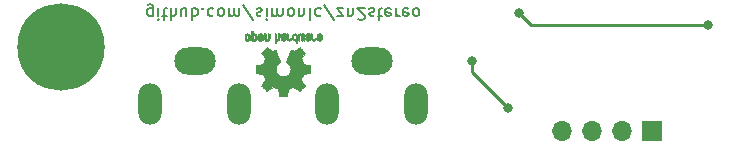
<source format=gbr>
%TF.GenerationSoftware,KiCad,Pcbnew,(5.1.6-0-10_14)*%
%TF.CreationDate,2020-09-24T20:20:29-04:00*%
%TF.ProjectId,zn-2 stereo breakout,7a6e2d32-2073-4746-9572-656f20627265,rev?*%
%TF.SameCoordinates,Original*%
%TF.FileFunction,Copper,L2,Bot*%
%TF.FilePolarity,Positive*%
%FSLAX46Y46*%
G04 Gerber Fmt 4.6, Leading zero omitted, Abs format (unit mm)*
G04 Created by KiCad (PCBNEW (5.1.6-0-10_14)) date 2020-09-24 20:20:29*
%MOMM*%
%LPD*%
G01*
G04 APERTURE LIST*
%TA.AperFunction,NonConductor*%
%ADD10C,0.200000*%
%TD*%
%TA.AperFunction,EtchedComponent*%
%ADD11C,0.010000*%
%TD*%
%TA.AperFunction,ComponentPad*%
%ADD12C,7.400000*%
%TD*%
%TA.AperFunction,ComponentPad*%
%ADD13C,0.800000*%
%TD*%
%TA.AperFunction,ComponentPad*%
%ADD14R,1.700000X1.700000*%
%TD*%
%TA.AperFunction,ComponentPad*%
%ADD15O,1.700000X1.700000*%
%TD*%
%TA.AperFunction,ComponentPad*%
%ADD16O,2.000000X3.500000*%
%TD*%
%TA.AperFunction,ComponentPad*%
%ADD17O,3.500000X2.300000*%
%TD*%
%TA.AperFunction,ViaPad*%
%ADD18C,0.800000*%
%TD*%
%TA.AperFunction,Conductor*%
%ADD19C,0.250000*%
%TD*%
G04 APERTURE END LIST*
D10*
X107952380Y-44214285D02*
X107952380Y-43404761D01*
X107904761Y-43309523D01*
X107857142Y-43261904D01*
X107761904Y-43214285D01*
X107619047Y-43214285D01*
X107523809Y-43261904D01*
X107952380Y-43595238D02*
X107857142Y-43547619D01*
X107666666Y-43547619D01*
X107571428Y-43595238D01*
X107523809Y-43642857D01*
X107476190Y-43738095D01*
X107476190Y-44023809D01*
X107523809Y-44119047D01*
X107571428Y-44166666D01*
X107666666Y-44214285D01*
X107857142Y-44214285D01*
X107952380Y-44166666D01*
X108428571Y-43547619D02*
X108428571Y-44214285D01*
X108428571Y-44547619D02*
X108380952Y-44500000D01*
X108428571Y-44452380D01*
X108476190Y-44500000D01*
X108428571Y-44547619D01*
X108428571Y-44452380D01*
X108761904Y-44214285D02*
X109142857Y-44214285D01*
X108904761Y-44547619D02*
X108904761Y-43690476D01*
X108952380Y-43595238D01*
X109047619Y-43547619D01*
X109142857Y-43547619D01*
X109476190Y-43547619D02*
X109476190Y-44547619D01*
X109904761Y-43547619D02*
X109904761Y-44071428D01*
X109857142Y-44166666D01*
X109761904Y-44214285D01*
X109619047Y-44214285D01*
X109523809Y-44166666D01*
X109476190Y-44119047D01*
X110809523Y-44214285D02*
X110809523Y-43547619D01*
X110380952Y-44214285D02*
X110380952Y-43690476D01*
X110428571Y-43595238D01*
X110523809Y-43547619D01*
X110666666Y-43547619D01*
X110761904Y-43595238D01*
X110809523Y-43642857D01*
X111285714Y-43547619D02*
X111285714Y-44547619D01*
X111285714Y-44166666D02*
X111380952Y-44214285D01*
X111571428Y-44214285D01*
X111666666Y-44166666D01*
X111714285Y-44119047D01*
X111761904Y-44023809D01*
X111761904Y-43738095D01*
X111714285Y-43642857D01*
X111666666Y-43595238D01*
X111571428Y-43547619D01*
X111380952Y-43547619D01*
X111285714Y-43595238D01*
X112190476Y-43642857D02*
X112238095Y-43595238D01*
X112190476Y-43547619D01*
X112142857Y-43595238D01*
X112190476Y-43642857D01*
X112190476Y-43547619D01*
X113095238Y-43595238D02*
X112999999Y-43547619D01*
X112809523Y-43547619D01*
X112714285Y-43595238D01*
X112666666Y-43642857D01*
X112619047Y-43738095D01*
X112619047Y-44023809D01*
X112666666Y-44119047D01*
X112714285Y-44166666D01*
X112809523Y-44214285D01*
X112999999Y-44214285D01*
X113095238Y-44166666D01*
X113666666Y-43547619D02*
X113571428Y-43595238D01*
X113523809Y-43642857D01*
X113476190Y-43738095D01*
X113476190Y-44023809D01*
X113523809Y-44119047D01*
X113571428Y-44166666D01*
X113666666Y-44214285D01*
X113809523Y-44214285D01*
X113904761Y-44166666D01*
X113952380Y-44119047D01*
X113999999Y-44023809D01*
X113999999Y-43738095D01*
X113952380Y-43642857D01*
X113904761Y-43595238D01*
X113809523Y-43547619D01*
X113666666Y-43547619D01*
X114428571Y-43547619D02*
X114428571Y-44214285D01*
X114428571Y-44119047D02*
X114476190Y-44166666D01*
X114571428Y-44214285D01*
X114714285Y-44214285D01*
X114809523Y-44166666D01*
X114857142Y-44071428D01*
X114857142Y-43547619D01*
X114857142Y-44071428D02*
X114904761Y-44166666D01*
X114999999Y-44214285D01*
X115142857Y-44214285D01*
X115238095Y-44166666D01*
X115285714Y-44071428D01*
X115285714Y-43547619D01*
X116476190Y-44595238D02*
X115619047Y-43309523D01*
X116761904Y-43595238D02*
X116857142Y-43547619D01*
X117047619Y-43547619D01*
X117142857Y-43595238D01*
X117190476Y-43690476D01*
X117190476Y-43738095D01*
X117142857Y-43833333D01*
X117047619Y-43880952D01*
X116904761Y-43880952D01*
X116809523Y-43928571D01*
X116761904Y-44023809D01*
X116761904Y-44071428D01*
X116809523Y-44166666D01*
X116904761Y-44214285D01*
X117047619Y-44214285D01*
X117142857Y-44166666D01*
X117619047Y-43547619D02*
X117619047Y-44214285D01*
X117619047Y-44547619D02*
X117571428Y-44500000D01*
X117619047Y-44452380D01*
X117666666Y-44500000D01*
X117619047Y-44547619D01*
X117619047Y-44452380D01*
X118095238Y-43547619D02*
X118095238Y-44214285D01*
X118095238Y-44119047D02*
X118142857Y-44166666D01*
X118238095Y-44214285D01*
X118380952Y-44214285D01*
X118476190Y-44166666D01*
X118523809Y-44071428D01*
X118523809Y-43547619D01*
X118523809Y-44071428D02*
X118571428Y-44166666D01*
X118666666Y-44214285D01*
X118809523Y-44214285D01*
X118904761Y-44166666D01*
X118952380Y-44071428D01*
X118952380Y-43547619D01*
X119571428Y-43547619D02*
X119476190Y-43595238D01*
X119428571Y-43642857D01*
X119380952Y-43738095D01*
X119380952Y-44023809D01*
X119428571Y-44119047D01*
X119476190Y-44166666D01*
X119571428Y-44214285D01*
X119714285Y-44214285D01*
X119809523Y-44166666D01*
X119857142Y-44119047D01*
X119904761Y-44023809D01*
X119904761Y-43738095D01*
X119857142Y-43642857D01*
X119809523Y-43595238D01*
X119714285Y-43547619D01*
X119571428Y-43547619D01*
X120333333Y-44214285D02*
X120333333Y-43547619D01*
X120333333Y-44119047D02*
X120380952Y-44166666D01*
X120476190Y-44214285D01*
X120619047Y-44214285D01*
X120714285Y-44166666D01*
X120761904Y-44071428D01*
X120761904Y-43547619D01*
X121380952Y-43547619D02*
X121285714Y-43595238D01*
X121238095Y-43690476D01*
X121238095Y-44547619D01*
X122190476Y-43595238D02*
X122095238Y-43547619D01*
X121904761Y-43547619D01*
X121809523Y-43595238D01*
X121761904Y-43642857D01*
X121714285Y-43738095D01*
X121714285Y-44023809D01*
X121761904Y-44119047D01*
X121809523Y-44166666D01*
X121904761Y-44214285D01*
X122095238Y-44214285D01*
X122190476Y-44166666D01*
X123333333Y-44595238D02*
X122476190Y-43309523D01*
X123571428Y-44214285D02*
X124095238Y-44214285D01*
X123571428Y-43547619D01*
X124095238Y-43547619D01*
X124476190Y-44214285D02*
X124476190Y-43547619D01*
X124476190Y-44119047D02*
X124523809Y-44166666D01*
X124619047Y-44214285D01*
X124761904Y-44214285D01*
X124857142Y-44166666D01*
X124904761Y-44071428D01*
X124904761Y-43547619D01*
X125333333Y-44452380D02*
X125380952Y-44500000D01*
X125476190Y-44547619D01*
X125714285Y-44547619D01*
X125809523Y-44500000D01*
X125857142Y-44452380D01*
X125904761Y-44357142D01*
X125904761Y-44261904D01*
X125857142Y-44119047D01*
X125285714Y-43547619D01*
X125904761Y-43547619D01*
X126285714Y-43595238D02*
X126380952Y-43547619D01*
X126571428Y-43547619D01*
X126666666Y-43595238D01*
X126714285Y-43690476D01*
X126714285Y-43738095D01*
X126666666Y-43833333D01*
X126571428Y-43880952D01*
X126428571Y-43880952D01*
X126333333Y-43928571D01*
X126285714Y-44023809D01*
X126285714Y-44071428D01*
X126333333Y-44166666D01*
X126428571Y-44214285D01*
X126571428Y-44214285D01*
X126666666Y-44166666D01*
X126999999Y-44214285D02*
X127380952Y-44214285D01*
X127142857Y-44547619D02*
X127142857Y-43690476D01*
X127190476Y-43595238D01*
X127285714Y-43547619D01*
X127380952Y-43547619D01*
X128095238Y-43595238D02*
X127999999Y-43547619D01*
X127809523Y-43547619D01*
X127714285Y-43595238D01*
X127666666Y-43690476D01*
X127666666Y-44071428D01*
X127714285Y-44166666D01*
X127809523Y-44214285D01*
X127999999Y-44214285D01*
X128095238Y-44166666D01*
X128142857Y-44071428D01*
X128142857Y-43976190D01*
X127666666Y-43880952D01*
X128571428Y-43547619D02*
X128571428Y-44214285D01*
X128571428Y-44023809D02*
X128619047Y-44119047D01*
X128666666Y-44166666D01*
X128761904Y-44214285D01*
X128857142Y-44214285D01*
X129571428Y-43595238D02*
X129476190Y-43547619D01*
X129285714Y-43547619D01*
X129190476Y-43595238D01*
X129142857Y-43690476D01*
X129142857Y-44071428D01*
X129190476Y-44166666D01*
X129285714Y-44214285D01*
X129476190Y-44214285D01*
X129571428Y-44166666D01*
X129619047Y-44071428D01*
X129619047Y-43976190D01*
X129142857Y-43880952D01*
X130190476Y-43547619D02*
X130095238Y-43595238D01*
X130047619Y-43642857D01*
X129999999Y-43738095D01*
X129999999Y-44023809D01*
X130047619Y-44119047D01*
X130095238Y-44166666D01*
X130190476Y-44214285D01*
X130333333Y-44214285D01*
X130428571Y-44166666D01*
X130476190Y-44119047D01*
X130523809Y-44023809D01*
X130523809Y-43738095D01*
X130476190Y-43642857D01*
X130428571Y-43595238D01*
X130333333Y-43547619D01*
X130190476Y-43547619D01*
D11*
%TO.C,REF\u002A\u002A*%
G36*
X116599744Y-46330082D02*
G01*
X116655201Y-46302432D01*
X116704148Y-46251520D01*
X116717629Y-46232662D01*
X116732314Y-46207985D01*
X116741842Y-46181184D01*
X116747293Y-46145413D01*
X116749747Y-46093831D01*
X116750286Y-46025733D01*
X116747852Y-45932412D01*
X116739394Y-45862343D01*
X116723174Y-45810069D01*
X116697454Y-45770131D01*
X116660497Y-45737071D01*
X116657782Y-45735114D01*
X116621360Y-45715092D01*
X116577502Y-45705185D01*
X116521724Y-45702743D01*
X116431048Y-45702743D01*
X116431010Y-45614717D01*
X116430166Y-45565692D01*
X116425024Y-45536935D01*
X116411587Y-45519689D01*
X116385858Y-45505192D01*
X116379679Y-45502231D01*
X116350764Y-45488352D01*
X116328376Y-45479586D01*
X116311729Y-45478829D01*
X116300036Y-45488977D01*
X116292510Y-45512927D01*
X116288366Y-45553574D01*
X116286815Y-45613814D01*
X116287071Y-45696545D01*
X116288349Y-45804661D01*
X116288748Y-45837000D01*
X116290185Y-45948476D01*
X116291472Y-46021397D01*
X116430971Y-46021397D01*
X116431755Y-45959501D01*
X116435240Y-45919003D01*
X116443124Y-45892292D01*
X116457105Y-45871756D01*
X116466597Y-45861740D01*
X116505404Y-45832433D01*
X116539763Y-45830048D01*
X116575216Y-45854250D01*
X116576114Y-45855143D01*
X116590539Y-45873847D01*
X116599313Y-45899268D01*
X116603739Y-45938416D01*
X116605118Y-45998303D01*
X116605143Y-46011570D01*
X116601812Y-46094099D01*
X116590969Y-46151309D01*
X116571340Y-46186234D01*
X116541650Y-46201906D01*
X116524491Y-46203486D01*
X116483766Y-46196074D01*
X116455832Y-46171670D01*
X116439017Y-46127020D01*
X116431650Y-46058870D01*
X116430971Y-46021397D01*
X116291472Y-46021397D01*
X116291708Y-46034755D01*
X116293677Y-46099667D01*
X116296450Y-46147042D01*
X116300388Y-46180710D01*
X116305849Y-46204502D01*
X116313192Y-46222247D01*
X116322777Y-46237776D01*
X116326887Y-46243619D01*
X116381405Y-46298815D01*
X116450336Y-46330110D01*
X116530072Y-46338835D01*
X116599744Y-46330082D01*
G37*
X116599744Y-46330082D02*
X116655201Y-46302432D01*
X116704148Y-46251520D01*
X116717629Y-46232662D01*
X116732314Y-46207985D01*
X116741842Y-46181184D01*
X116747293Y-46145413D01*
X116749747Y-46093831D01*
X116750286Y-46025733D01*
X116747852Y-45932412D01*
X116739394Y-45862343D01*
X116723174Y-45810069D01*
X116697454Y-45770131D01*
X116660497Y-45737071D01*
X116657782Y-45735114D01*
X116621360Y-45715092D01*
X116577502Y-45705185D01*
X116521724Y-45702743D01*
X116431048Y-45702743D01*
X116431010Y-45614717D01*
X116430166Y-45565692D01*
X116425024Y-45536935D01*
X116411587Y-45519689D01*
X116385858Y-45505192D01*
X116379679Y-45502231D01*
X116350764Y-45488352D01*
X116328376Y-45479586D01*
X116311729Y-45478829D01*
X116300036Y-45488977D01*
X116292510Y-45512927D01*
X116288366Y-45553574D01*
X116286815Y-45613814D01*
X116287071Y-45696545D01*
X116288349Y-45804661D01*
X116288748Y-45837000D01*
X116290185Y-45948476D01*
X116291472Y-46021397D01*
X116430971Y-46021397D01*
X116431755Y-45959501D01*
X116435240Y-45919003D01*
X116443124Y-45892292D01*
X116457105Y-45871756D01*
X116466597Y-45861740D01*
X116505404Y-45832433D01*
X116539763Y-45830048D01*
X116575216Y-45854250D01*
X116576114Y-45855143D01*
X116590539Y-45873847D01*
X116599313Y-45899268D01*
X116603739Y-45938416D01*
X116605118Y-45998303D01*
X116605143Y-46011570D01*
X116601812Y-46094099D01*
X116590969Y-46151309D01*
X116571340Y-46186234D01*
X116541650Y-46201906D01*
X116524491Y-46203486D01*
X116483766Y-46196074D01*
X116455832Y-46171670D01*
X116439017Y-46127020D01*
X116431650Y-46058870D01*
X116430971Y-46021397D01*
X116291472Y-46021397D01*
X116291708Y-46034755D01*
X116293677Y-46099667D01*
X116296450Y-46147042D01*
X116300388Y-46180710D01*
X116305849Y-46204502D01*
X116313192Y-46222247D01*
X116322777Y-46237776D01*
X116326887Y-46243619D01*
X116381405Y-46298815D01*
X116450336Y-46330110D01*
X116530072Y-46338835D01*
X116599744Y-46330082D01*
G36*
X117716093Y-46322220D02*
G01*
X117762672Y-46295277D01*
X117795057Y-46268534D01*
X117818742Y-46240516D01*
X117835059Y-46206252D01*
X117845339Y-46160773D01*
X117850914Y-46099108D01*
X117853116Y-46016289D01*
X117853371Y-45956754D01*
X117853371Y-45737609D01*
X117791686Y-45709956D01*
X117730000Y-45682303D01*
X117722743Y-45922330D01*
X117719744Y-46011972D01*
X117716598Y-46077038D01*
X117712701Y-46121974D01*
X117707447Y-46151230D01*
X117700231Y-46169252D01*
X117690450Y-46180489D01*
X117687312Y-46182921D01*
X117639761Y-46201917D01*
X117591697Y-46194400D01*
X117563086Y-46174457D01*
X117551447Y-46160325D01*
X117543391Y-46141780D01*
X117538271Y-46113666D01*
X117535441Y-46070827D01*
X117534256Y-46008105D01*
X117534057Y-45942739D01*
X117534018Y-45860732D01*
X117532614Y-45802684D01*
X117527914Y-45763535D01*
X117517987Y-45738220D01*
X117500903Y-45721677D01*
X117474732Y-45708844D01*
X117439775Y-45695509D01*
X117401596Y-45680993D01*
X117406141Y-45938611D01*
X117407971Y-46031481D01*
X117410112Y-46100111D01*
X117413181Y-46149289D01*
X117417794Y-46183802D01*
X117424568Y-46208438D01*
X117434119Y-46227984D01*
X117445634Y-46245230D01*
X117501190Y-46300320D01*
X117568980Y-46332178D01*
X117642713Y-46339809D01*
X117716093Y-46322220D01*
G37*
X117716093Y-46322220D02*
X117762672Y-46295277D01*
X117795057Y-46268534D01*
X117818742Y-46240516D01*
X117835059Y-46206252D01*
X117845339Y-46160773D01*
X117850914Y-46099108D01*
X117853116Y-46016289D01*
X117853371Y-45956754D01*
X117853371Y-45737609D01*
X117791686Y-45709956D01*
X117730000Y-45682303D01*
X117722743Y-45922330D01*
X117719744Y-46011972D01*
X117716598Y-46077038D01*
X117712701Y-46121974D01*
X117707447Y-46151230D01*
X117700231Y-46169252D01*
X117690450Y-46180489D01*
X117687312Y-46182921D01*
X117639761Y-46201917D01*
X117591697Y-46194400D01*
X117563086Y-46174457D01*
X117551447Y-46160325D01*
X117543391Y-46141780D01*
X117538271Y-46113666D01*
X117535441Y-46070827D01*
X117534256Y-46008105D01*
X117534057Y-45942739D01*
X117534018Y-45860732D01*
X117532614Y-45802684D01*
X117527914Y-45763535D01*
X117517987Y-45738220D01*
X117500903Y-45721677D01*
X117474732Y-45708844D01*
X117439775Y-45695509D01*
X117401596Y-45680993D01*
X117406141Y-45938611D01*
X117407971Y-46031481D01*
X117410112Y-46100111D01*
X117413181Y-46149289D01*
X117417794Y-46183802D01*
X117424568Y-46208438D01*
X117434119Y-46227984D01*
X117445634Y-46245230D01*
X117501190Y-46300320D01*
X117568980Y-46332178D01*
X117642713Y-46339809D01*
X117716093Y-46322220D01*
G36*
X116041115Y-46328038D02*
G01*
X116109145Y-46292267D01*
X116159351Y-46234699D01*
X116177185Y-46197688D01*
X116191063Y-46142118D01*
X116198167Y-46071904D01*
X116198840Y-45995273D01*
X116193427Y-45920448D01*
X116182270Y-45855658D01*
X116165714Y-45809127D01*
X116160626Y-45801113D01*
X116100355Y-45741293D01*
X116028769Y-45705465D01*
X115951092Y-45694980D01*
X115872548Y-45711190D01*
X115850689Y-45720908D01*
X115808122Y-45750857D01*
X115770763Y-45790567D01*
X115767232Y-45795603D01*
X115752881Y-45819876D01*
X115743394Y-45845822D01*
X115737790Y-45879978D01*
X115735086Y-45928881D01*
X115734299Y-45999065D01*
X115734286Y-46014800D01*
X115734322Y-46019808D01*
X115879429Y-46019808D01*
X115880273Y-45953570D01*
X115883596Y-45909614D01*
X115890583Y-45881221D01*
X115902416Y-45861675D01*
X115908457Y-45855143D01*
X115943186Y-45830320D01*
X115976903Y-45831452D01*
X116010995Y-45852984D01*
X116031329Y-45875971D01*
X116043371Y-45909522D01*
X116050134Y-45962431D01*
X116050598Y-45968601D01*
X116051752Y-46064487D01*
X116039688Y-46135701D01*
X116014570Y-46181806D01*
X115976560Y-46202365D01*
X115962992Y-46203486D01*
X115927364Y-46197848D01*
X115902994Y-46178314D01*
X115888093Y-46140958D01*
X115880875Y-46081850D01*
X115879429Y-46019808D01*
X115734322Y-46019808D01*
X115734826Y-46089587D01*
X115737096Y-46141841D01*
X115742068Y-46178051D01*
X115750713Y-46204701D01*
X115764005Y-46228278D01*
X115766943Y-46232662D01*
X115816313Y-46291751D01*
X115870109Y-46326053D01*
X115935602Y-46339669D01*
X115957842Y-46340335D01*
X116041115Y-46328038D01*
G37*
X116041115Y-46328038D02*
X116109145Y-46292267D01*
X116159351Y-46234699D01*
X116177185Y-46197688D01*
X116191063Y-46142118D01*
X116198167Y-46071904D01*
X116198840Y-45995273D01*
X116193427Y-45920448D01*
X116182270Y-45855658D01*
X116165714Y-45809127D01*
X116160626Y-45801113D01*
X116100355Y-45741293D01*
X116028769Y-45705465D01*
X115951092Y-45694980D01*
X115872548Y-45711190D01*
X115850689Y-45720908D01*
X115808122Y-45750857D01*
X115770763Y-45790567D01*
X115767232Y-45795603D01*
X115752881Y-45819876D01*
X115743394Y-45845822D01*
X115737790Y-45879978D01*
X115735086Y-45928881D01*
X115734299Y-45999065D01*
X115734286Y-46014800D01*
X115734322Y-46019808D01*
X115879429Y-46019808D01*
X115880273Y-45953570D01*
X115883596Y-45909614D01*
X115890583Y-45881221D01*
X115902416Y-45861675D01*
X115908457Y-45855143D01*
X115943186Y-45830320D01*
X115976903Y-45831452D01*
X116010995Y-45852984D01*
X116031329Y-45875971D01*
X116043371Y-45909522D01*
X116050134Y-45962431D01*
X116050598Y-45968601D01*
X116051752Y-46064487D01*
X116039688Y-46135701D01*
X116014570Y-46181806D01*
X115976560Y-46202365D01*
X115962992Y-46203486D01*
X115927364Y-46197848D01*
X115902994Y-46178314D01*
X115888093Y-46140958D01*
X115880875Y-46081850D01*
X115879429Y-46019808D01*
X115734322Y-46019808D01*
X115734826Y-46089587D01*
X115737096Y-46141841D01*
X115742068Y-46178051D01*
X115750713Y-46204701D01*
X115764005Y-46228278D01*
X115766943Y-46232662D01*
X115816313Y-46291751D01*
X115870109Y-46326053D01*
X115935602Y-46339669D01*
X115957842Y-46340335D01*
X116041115Y-46328038D01*
G36*
X117168303Y-46318761D02*
G01*
X117225527Y-46280265D01*
X117269749Y-46224665D01*
X117296167Y-46153914D01*
X117301510Y-46101838D01*
X117300903Y-46080107D01*
X117295822Y-46063469D01*
X117281855Y-46048563D01*
X117254589Y-46032027D01*
X117209612Y-46010502D01*
X117142511Y-45980626D01*
X117142171Y-45980476D01*
X117080407Y-45952187D01*
X117029759Y-45927067D01*
X116995404Y-45907821D01*
X116982518Y-45897152D01*
X116982514Y-45897066D01*
X116993872Y-45873834D01*
X117020431Y-45848226D01*
X117050923Y-45829779D01*
X117066370Y-45826114D01*
X117108515Y-45838788D01*
X117144808Y-45870529D01*
X117162517Y-45905428D01*
X117179552Y-45931155D01*
X117212922Y-45960454D01*
X117252149Y-45985765D01*
X117286756Y-45999529D01*
X117293993Y-46000286D01*
X117302139Y-45987840D01*
X117302630Y-45956028D01*
X117296643Y-45913134D01*
X117285357Y-45867442D01*
X117269950Y-45827239D01*
X117269171Y-45825678D01*
X117222804Y-45760938D01*
X117162711Y-45716903D01*
X117094465Y-45695289D01*
X117023638Y-45697815D01*
X116955804Y-45726196D01*
X116952788Y-45728192D01*
X116899427Y-45776552D01*
X116864340Y-45839648D01*
X116844922Y-45922613D01*
X116842316Y-45945922D01*
X116837701Y-46055945D01*
X116843233Y-46107252D01*
X116982514Y-46107252D01*
X116984324Y-46075247D01*
X116994222Y-46065907D01*
X117018898Y-46072895D01*
X117057795Y-46089413D01*
X117101275Y-46110119D01*
X117102356Y-46110667D01*
X117139209Y-46130051D01*
X117154000Y-46142987D01*
X117150353Y-46156549D01*
X117134995Y-46174368D01*
X117095923Y-46200155D01*
X117053846Y-46202050D01*
X117016103Y-46183283D01*
X116990034Y-46147085D01*
X116982514Y-46107252D01*
X116843233Y-46107252D01*
X116847194Y-46143973D01*
X116871550Y-46213788D01*
X116905456Y-46262698D01*
X116966653Y-46312122D01*
X117034063Y-46336641D01*
X117102880Y-46338203D01*
X117168303Y-46318761D01*
G37*
X117168303Y-46318761D02*
X117225527Y-46280265D01*
X117269749Y-46224665D01*
X117296167Y-46153914D01*
X117301510Y-46101838D01*
X117300903Y-46080107D01*
X117295822Y-46063469D01*
X117281855Y-46048563D01*
X117254589Y-46032027D01*
X117209612Y-46010502D01*
X117142511Y-45980626D01*
X117142171Y-45980476D01*
X117080407Y-45952187D01*
X117029759Y-45927067D01*
X116995404Y-45907821D01*
X116982518Y-45897152D01*
X116982514Y-45897066D01*
X116993872Y-45873834D01*
X117020431Y-45848226D01*
X117050923Y-45829779D01*
X117066370Y-45826114D01*
X117108515Y-45838788D01*
X117144808Y-45870529D01*
X117162517Y-45905428D01*
X117179552Y-45931155D01*
X117212922Y-45960454D01*
X117252149Y-45985765D01*
X117286756Y-45999529D01*
X117293993Y-46000286D01*
X117302139Y-45987840D01*
X117302630Y-45956028D01*
X117296643Y-45913134D01*
X117285357Y-45867442D01*
X117269950Y-45827239D01*
X117269171Y-45825678D01*
X117222804Y-45760938D01*
X117162711Y-45716903D01*
X117094465Y-45695289D01*
X117023638Y-45697815D01*
X116955804Y-45726196D01*
X116952788Y-45728192D01*
X116899427Y-45776552D01*
X116864340Y-45839648D01*
X116844922Y-45922613D01*
X116842316Y-45945922D01*
X116837701Y-46055945D01*
X116843233Y-46107252D01*
X116982514Y-46107252D01*
X116984324Y-46075247D01*
X116994222Y-46065907D01*
X117018898Y-46072895D01*
X117057795Y-46089413D01*
X117101275Y-46110119D01*
X117102356Y-46110667D01*
X117139209Y-46130051D01*
X117154000Y-46142987D01*
X117150353Y-46156549D01*
X117134995Y-46174368D01*
X117095923Y-46200155D01*
X117053846Y-46202050D01*
X117016103Y-46183283D01*
X116990034Y-46147085D01*
X116982514Y-46107252D01*
X116843233Y-46107252D01*
X116847194Y-46143973D01*
X116871550Y-46213788D01*
X116905456Y-46262698D01*
X116966653Y-46312122D01*
X117034063Y-46336641D01*
X117102880Y-46338203D01*
X117168303Y-46318761D01*
G36*
X118375886Y-46398711D02*
G01*
X118380139Y-46339387D01*
X118385025Y-46304428D01*
X118391795Y-46289180D01*
X118401702Y-46288985D01*
X118404914Y-46290805D01*
X118447644Y-46303985D01*
X118503227Y-46303215D01*
X118559737Y-46289667D01*
X118595082Y-46272139D01*
X118631321Y-46244139D01*
X118657813Y-46212451D01*
X118675999Y-46172187D01*
X118687322Y-46118457D01*
X118693222Y-46046374D01*
X118695143Y-45951049D01*
X118695177Y-45932763D01*
X118695200Y-45727354D01*
X118649491Y-45711420D01*
X118617027Y-45700580D01*
X118599215Y-45695532D01*
X118598691Y-45695486D01*
X118596937Y-45709172D01*
X118595444Y-45746924D01*
X118594326Y-45803776D01*
X118593697Y-45874766D01*
X118593600Y-45917927D01*
X118593398Y-46003027D01*
X118592358Y-46064019D01*
X118589831Y-46105823D01*
X118585164Y-46133358D01*
X118577707Y-46151544D01*
X118566811Y-46165302D01*
X118560007Y-46171927D01*
X118513272Y-46198625D01*
X118462272Y-46200625D01*
X118416001Y-46178045D01*
X118407444Y-46169893D01*
X118394893Y-46154564D01*
X118386188Y-46136382D01*
X118380631Y-46110091D01*
X118377526Y-46070438D01*
X118376176Y-46012168D01*
X118375886Y-45931827D01*
X118375886Y-45727354D01*
X118330177Y-45711420D01*
X118297713Y-45700580D01*
X118279901Y-45695532D01*
X118279377Y-45695486D01*
X118278037Y-45709377D01*
X118276828Y-45748561D01*
X118275801Y-45809300D01*
X118275002Y-45887859D01*
X118274481Y-45980502D01*
X118274286Y-46083491D01*
X118274286Y-46480658D01*
X118321457Y-46500556D01*
X118368629Y-46520453D01*
X118375886Y-46398711D01*
G37*
X118375886Y-46398711D02*
X118380139Y-46339387D01*
X118385025Y-46304428D01*
X118391795Y-46289180D01*
X118401702Y-46288985D01*
X118404914Y-46290805D01*
X118447644Y-46303985D01*
X118503227Y-46303215D01*
X118559737Y-46289667D01*
X118595082Y-46272139D01*
X118631321Y-46244139D01*
X118657813Y-46212451D01*
X118675999Y-46172187D01*
X118687322Y-46118457D01*
X118693222Y-46046374D01*
X118695143Y-45951049D01*
X118695177Y-45932763D01*
X118695200Y-45727354D01*
X118649491Y-45711420D01*
X118617027Y-45700580D01*
X118599215Y-45695532D01*
X118598691Y-45695486D01*
X118596937Y-45709172D01*
X118595444Y-45746924D01*
X118594326Y-45803776D01*
X118593697Y-45874766D01*
X118593600Y-45917927D01*
X118593398Y-46003027D01*
X118592358Y-46064019D01*
X118589831Y-46105823D01*
X118585164Y-46133358D01*
X118577707Y-46151544D01*
X118566811Y-46165302D01*
X118560007Y-46171927D01*
X118513272Y-46198625D01*
X118462272Y-46200625D01*
X118416001Y-46178045D01*
X118407444Y-46169893D01*
X118394893Y-46154564D01*
X118386188Y-46136382D01*
X118380631Y-46110091D01*
X118377526Y-46070438D01*
X118376176Y-46012168D01*
X118375886Y-45931827D01*
X118375886Y-45727354D01*
X118330177Y-45711420D01*
X118297713Y-45700580D01*
X118279901Y-45695532D01*
X118279377Y-45695486D01*
X118278037Y-45709377D01*
X118276828Y-45748561D01*
X118275801Y-45809300D01*
X118275002Y-45887859D01*
X118274481Y-45980502D01*
X118274286Y-46083491D01*
X118274286Y-46480658D01*
X118321457Y-46500556D01*
X118368629Y-46520453D01*
X118375886Y-46398711D01*
G36*
X119039744Y-46299032D02*
G01*
X119096616Y-46277913D01*
X119097267Y-46277507D01*
X119132440Y-46251620D01*
X119158407Y-46221367D01*
X119176670Y-46181942D01*
X119188732Y-46128538D01*
X119196096Y-46056349D01*
X119200264Y-45960568D01*
X119200629Y-45946922D01*
X119205876Y-45741158D01*
X119161716Y-45718322D01*
X119129763Y-45702890D01*
X119110470Y-45695577D01*
X119109578Y-45695486D01*
X119106239Y-45708978D01*
X119103587Y-45745374D01*
X119101956Y-45798548D01*
X119101600Y-45841607D01*
X119101592Y-45911359D01*
X119098403Y-45955163D01*
X119087288Y-45976056D01*
X119063501Y-45977075D01*
X119022296Y-45961259D01*
X118960086Y-45932185D01*
X118914341Y-45908037D01*
X118890813Y-45887087D01*
X118883896Y-45864253D01*
X118883886Y-45863123D01*
X118895299Y-45823788D01*
X118929092Y-45802538D01*
X118980809Y-45799461D01*
X119018061Y-45799994D01*
X119037703Y-45789265D01*
X119049952Y-45763495D01*
X119057002Y-45730663D01*
X119046842Y-45712034D01*
X119043017Y-45709368D01*
X119007001Y-45698660D01*
X118956566Y-45697144D01*
X118904626Y-45704241D01*
X118867822Y-45717212D01*
X118816938Y-45760415D01*
X118788014Y-45820554D01*
X118782286Y-45867538D01*
X118786657Y-45909918D01*
X118802475Y-45944512D01*
X118833797Y-45975237D01*
X118884678Y-46006010D01*
X118959176Y-46040748D01*
X118963714Y-46042712D01*
X119030821Y-46073713D01*
X119072232Y-46099138D01*
X119089981Y-46121986D01*
X119086107Y-46145255D01*
X119062643Y-46171944D01*
X119055627Y-46178086D01*
X119008630Y-46201900D01*
X118959933Y-46200897D01*
X118917522Y-46177549D01*
X118889384Y-46134325D01*
X118886769Y-46125840D01*
X118861308Y-46084692D01*
X118829001Y-46064872D01*
X118782286Y-46045230D01*
X118782286Y-46096050D01*
X118796496Y-46169918D01*
X118838675Y-46237673D01*
X118860624Y-46260339D01*
X118910517Y-46289431D01*
X118973967Y-46302600D01*
X119039744Y-46299032D01*
G37*
X119039744Y-46299032D02*
X119096616Y-46277913D01*
X119097267Y-46277507D01*
X119132440Y-46251620D01*
X119158407Y-46221367D01*
X119176670Y-46181942D01*
X119188732Y-46128538D01*
X119196096Y-46056349D01*
X119200264Y-45960568D01*
X119200629Y-45946922D01*
X119205876Y-45741158D01*
X119161716Y-45718322D01*
X119129763Y-45702890D01*
X119110470Y-45695577D01*
X119109578Y-45695486D01*
X119106239Y-45708978D01*
X119103587Y-45745374D01*
X119101956Y-45798548D01*
X119101600Y-45841607D01*
X119101592Y-45911359D01*
X119098403Y-45955163D01*
X119087288Y-45976056D01*
X119063501Y-45977075D01*
X119022296Y-45961259D01*
X118960086Y-45932185D01*
X118914341Y-45908037D01*
X118890813Y-45887087D01*
X118883896Y-45864253D01*
X118883886Y-45863123D01*
X118895299Y-45823788D01*
X118929092Y-45802538D01*
X118980809Y-45799461D01*
X119018061Y-45799994D01*
X119037703Y-45789265D01*
X119049952Y-45763495D01*
X119057002Y-45730663D01*
X119046842Y-45712034D01*
X119043017Y-45709368D01*
X119007001Y-45698660D01*
X118956566Y-45697144D01*
X118904626Y-45704241D01*
X118867822Y-45717212D01*
X118816938Y-45760415D01*
X118788014Y-45820554D01*
X118782286Y-45867538D01*
X118786657Y-45909918D01*
X118802475Y-45944512D01*
X118833797Y-45975237D01*
X118884678Y-46006010D01*
X118959176Y-46040748D01*
X118963714Y-46042712D01*
X119030821Y-46073713D01*
X119072232Y-46099138D01*
X119089981Y-46121986D01*
X119086107Y-46145255D01*
X119062643Y-46171944D01*
X119055627Y-46178086D01*
X119008630Y-46201900D01*
X118959933Y-46200897D01*
X118917522Y-46177549D01*
X118889384Y-46134325D01*
X118886769Y-46125840D01*
X118861308Y-46084692D01*
X118829001Y-46064872D01*
X118782286Y-46045230D01*
X118782286Y-46096050D01*
X118796496Y-46169918D01*
X118838675Y-46237673D01*
X118860624Y-46260339D01*
X118910517Y-46289431D01*
X118973967Y-46302600D01*
X119039744Y-46299032D01*
G36*
X119529926Y-46300245D02*
G01*
X119595858Y-46275916D01*
X119649273Y-46232883D01*
X119670164Y-46202591D01*
X119692939Y-46147006D01*
X119692466Y-46106814D01*
X119668562Y-46079783D01*
X119659717Y-46075187D01*
X119621530Y-46060856D01*
X119602028Y-46064528D01*
X119595422Y-46088593D01*
X119595086Y-46101886D01*
X119582992Y-46150790D01*
X119551471Y-46185001D01*
X119507659Y-46201524D01*
X119458695Y-46197366D01*
X119418894Y-46175773D01*
X119405450Y-46163456D01*
X119395921Y-46148513D01*
X119389485Y-46125925D01*
X119385317Y-46090672D01*
X119382597Y-46037734D01*
X119380502Y-45962093D01*
X119379960Y-45938143D01*
X119377981Y-45856210D01*
X119375731Y-45798545D01*
X119372357Y-45760392D01*
X119367006Y-45736996D01*
X119358824Y-45723602D01*
X119346959Y-45715455D01*
X119339362Y-45711856D01*
X119307102Y-45699548D01*
X119288111Y-45695486D01*
X119281836Y-45709052D01*
X119278006Y-45750066D01*
X119276600Y-45819001D01*
X119277598Y-45916331D01*
X119277908Y-45931343D01*
X119280101Y-46020141D01*
X119282693Y-46084981D01*
X119286382Y-46130933D01*
X119291864Y-46163065D01*
X119299835Y-46186447D01*
X119310993Y-46206148D01*
X119316830Y-46214590D01*
X119350296Y-46251943D01*
X119387727Y-46280997D01*
X119392309Y-46283533D01*
X119459426Y-46303557D01*
X119529926Y-46300245D01*
G37*
X119529926Y-46300245D02*
X119595858Y-46275916D01*
X119649273Y-46232883D01*
X119670164Y-46202591D01*
X119692939Y-46147006D01*
X119692466Y-46106814D01*
X119668562Y-46079783D01*
X119659717Y-46075187D01*
X119621530Y-46060856D01*
X119602028Y-46064528D01*
X119595422Y-46088593D01*
X119595086Y-46101886D01*
X119582992Y-46150790D01*
X119551471Y-46185001D01*
X119507659Y-46201524D01*
X119458695Y-46197366D01*
X119418894Y-46175773D01*
X119405450Y-46163456D01*
X119395921Y-46148513D01*
X119389485Y-46125925D01*
X119385317Y-46090672D01*
X119382597Y-46037734D01*
X119380502Y-45962093D01*
X119379960Y-45938143D01*
X119377981Y-45856210D01*
X119375731Y-45798545D01*
X119372357Y-45760392D01*
X119367006Y-45736996D01*
X119358824Y-45723602D01*
X119346959Y-45715455D01*
X119339362Y-45711856D01*
X119307102Y-45699548D01*
X119288111Y-45695486D01*
X119281836Y-45709052D01*
X119278006Y-45750066D01*
X119276600Y-45819001D01*
X119277598Y-45916331D01*
X119277908Y-45931343D01*
X119280101Y-46020141D01*
X119282693Y-46084981D01*
X119286382Y-46130933D01*
X119291864Y-46163065D01*
X119299835Y-46186447D01*
X119310993Y-46206148D01*
X119316830Y-46214590D01*
X119350296Y-46251943D01*
X119387727Y-46280997D01*
X119392309Y-46283533D01*
X119459426Y-46303557D01*
X119529926Y-46300245D01*
G36*
X120190117Y-46184642D02*
G01*
X120189933Y-46076163D01*
X120189219Y-45992713D01*
X120187675Y-45930296D01*
X120185001Y-45884915D01*
X120180894Y-45852571D01*
X120175055Y-45829267D01*
X120167182Y-45811005D01*
X120161221Y-45800582D01*
X120111855Y-45744055D01*
X120049264Y-45708623D01*
X119980013Y-45695910D01*
X119910668Y-45707537D01*
X119869375Y-45728432D01*
X119826025Y-45764578D01*
X119796481Y-45808724D01*
X119778655Y-45866538D01*
X119770463Y-45943687D01*
X119769302Y-46000286D01*
X119769458Y-46004353D01*
X119870857Y-46004353D01*
X119871476Y-45939450D01*
X119874314Y-45896486D01*
X119880840Y-45868378D01*
X119892523Y-45848047D01*
X119906483Y-45832712D01*
X119953365Y-45803110D01*
X120003701Y-45800581D01*
X120051276Y-45825295D01*
X120054979Y-45828644D01*
X120070783Y-45846065D01*
X120080693Y-45866791D01*
X120086058Y-45897638D01*
X120088228Y-45945423D01*
X120088571Y-45998252D01*
X120087827Y-46064619D01*
X120084748Y-46108894D01*
X120078061Y-46137991D01*
X120066496Y-46158827D01*
X120057013Y-46169893D01*
X120012960Y-46197802D01*
X119962224Y-46201157D01*
X119913796Y-46179841D01*
X119904450Y-46171927D01*
X119888540Y-46154353D01*
X119878610Y-46133413D01*
X119873278Y-46102218D01*
X119871163Y-46053878D01*
X119870857Y-46004353D01*
X119769458Y-46004353D01*
X119772810Y-46091432D01*
X119784726Y-46159914D01*
X119807135Y-46211400D01*
X119842124Y-46251557D01*
X119869375Y-46272139D01*
X119918907Y-46294375D01*
X119976316Y-46304696D01*
X120029682Y-46301933D01*
X120059543Y-46290788D01*
X120071261Y-46287617D01*
X120079037Y-46299443D01*
X120084465Y-46331134D01*
X120088571Y-46379407D01*
X120093067Y-46433171D01*
X120099313Y-46465518D01*
X120110676Y-46484015D01*
X120130528Y-46496230D01*
X120143000Y-46501638D01*
X120190171Y-46521399D01*
X120190117Y-46184642D01*
G37*
X120190117Y-46184642D02*
X120189933Y-46076163D01*
X120189219Y-45992713D01*
X120187675Y-45930296D01*
X120185001Y-45884915D01*
X120180894Y-45852571D01*
X120175055Y-45829267D01*
X120167182Y-45811005D01*
X120161221Y-45800582D01*
X120111855Y-45744055D01*
X120049264Y-45708623D01*
X119980013Y-45695910D01*
X119910668Y-45707537D01*
X119869375Y-45728432D01*
X119826025Y-45764578D01*
X119796481Y-45808724D01*
X119778655Y-45866538D01*
X119770463Y-45943687D01*
X119769302Y-46000286D01*
X119769458Y-46004353D01*
X119870857Y-46004353D01*
X119871476Y-45939450D01*
X119874314Y-45896486D01*
X119880840Y-45868378D01*
X119892523Y-45848047D01*
X119906483Y-45832712D01*
X119953365Y-45803110D01*
X120003701Y-45800581D01*
X120051276Y-45825295D01*
X120054979Y-45828644D01*
X120070783Y-45846065D01*
X120080693Y-45866791D01*
X120086058Y-45897638D01*
X120088228Y-45945423D01*
X120088571Y-45998252D01*
X120087827Y-46064619D01*
X120084748Y-46108894D01*
X120078061Y-46137991D01*
X120066496Y-46158827D01*
X120057013Y-46169893D01*
X120012960Y-46197802D01*
X119962224Y-46201157D01*
X119913796Y-46179841D01*
X119904450Y-46171927D01*
X119888540Y-46154353D01*
X119878610Y-46133413D01*
X119873278Y-46102218D01*
X119871163Y-46053878D01*
X119870857Y-46004353D01*
X119769458Y-46004353D01*
X119772810Y-46091432D01*
X119784726Y-46159914D01*
X119807135Y-46211400D01*
X119842124Y-46251557D01*
X119869375Y-46272139D01*
X119918907Y-46294375D01*
X119976316Y-46304696D01*
X120029682Y-46301933D01*
X120059543Y-46290788D01*
X120071261Y-46287617D01*
X120079037Y-46299443D01*
X120084465Y-46331134D01*
X120088571Y-46379407D01*
X120093067Y-46433171D01*
X120099313Y-46465518D01*
X120110676Y-46484015D01*
X120130528Y-46496230D01*
X120143000Y-46501638D01*
X120190171Y-46521399D01*
X120190117Y-46184642D01*
G36*
X120779833Y-46291337D02*
G01*
X120782048Y-46253150D01*
X120783784Y-46195114D01*
X120784899Y-46121820D01*
X120785257Y-46044945D01*
X120785257Y-45784804D01*
X120739326Y-45738873D01*
X120707675Y-45710571D01*
X120679890Y-45699107D01*
X120641915Y-45699832D01*
X120626840Y-45701679D01*
X120579726Y-45707052D01*
X120540756Y-45710131D01*
X120531257Y-45710415D01*
X120499233Y-45708555D01*
X120453432Y-45703886D01*
X120435674Y-45701679D01*
X120392057Y-45698265D01*
X120362745Y-45705680D01*
X120333680Y-45728573D01*
X120323188Y-45738873D01*
X120277257Y-45784804D01*
X120277257Y-46271398D01*
X120314226Y-46288242D01*
X120346059Y-46300718D01*
X120364683Y-46305086D01*
X120369458Y-46291282D01*
X120373921Y-46252714D01*
X120377775Y-46193644D01*
X120380722Y-46118337D01*
X120382143Y-46054714D01*
X120386114Y-45804343D01*
X120420759Y-45799444D01*
X120452268Y-45802869D01*
X120467708Y-45813959D01*
X120472023Y-45834692D01*
X120475708Y-45878855D01*
X120478469Y-45940854D01*
X120480012Y-46015091D01*
X120480235Y-46053294D01*
X120480457Y-46273217D01*
X120526166Y-46289151D01*
X120558518Y-46299985D01*
X120576115Y-46305038D01*
X120576623Y-46305086D01*
X120578388Y-46291352D01*
X120580329Y-46253270D01*
X120582282Y-46195518D01*
X120584084Y-46122773D01*
X120585343Y-46054714D01*
X120589314Y-45804343D01*
X120676400Y-45804343D01*
X120680396Y-46032760D01*
X120684392Y-46261178D01*
X120726847Y-46283132D01*
X120758192Y-46298207D01*
X120776744Y-46305049D01*
X120777279Y-46305086D01*
X120779833Y-46291337D01*
G37*
X120779833Y-46291337D02*
X120782048Y-46253150D01*
X120783784Y-46195114D01*
X120784899Y-46121820D01*
X120785257Y-46044945D01*
X120785257Y-45784804D01*
X120739326Y-45738873D01*
X120707675Y-45710571D01*
X120679890Y-45699107D01*
X120641915Y-45699832D01*
X120626840Y-45701679D01*
X120579726Y-45707052D01*
X120540756Y-45710131D01*
X120531257Y-45710415D01*
X120499233Y-45708555D01*
X120453432Y-45703886D01*
X120435674Y-45701679D01*
X120392057Y-45698265D01*
X120362745Y-45705680D01*
X120333680Y-45728573D01*
X120323188Y-45738873D01*
X120277257Y-45784804D01*
X120277257Y-46271398D01*
X120314226Y-46288242D01*
X120346059Y-46300718D01*
X120364683Y-46305086D01*
X120369458Y-46291282D01*
X120373921Y-46252714D01*
X120377775Y-46193644D01*
X120380722Y-46118337D01*
X120382143Y-46054714D01*
X120386114Y-45804343D01*
X120420759Y-45799444D01*
X120452268Y-45802869D01*
X120467708Y-45813959D01*
X120472023Y-45834692D01*
X120475708Y-45878855D01*
X120478469Y-45940854D01*
X120480012Y-46015091D01*
X120480235Y-46053294D01*
X120480457Y-46273217D01*
X120526166Y-46289151D01*
X120558518Y-46299985D01*
X120576115Y-46305038D01*
X120576623Y-46305086D01*
X120578388Y-46291352D01*
X120580329Y-46253270D01*
X120582282Y-46195518D01*
X120584084Y-46122773D01*
X120585343Y-46054714D01*
X120589314Y-45804343D01*
X120676400Y-45804343D01*
X120680396Y-46032760D01*
X120684392Y-46261178D01*
X120726847Y-46283132D01*
X120758192Y-46298207D01*
X120776744Y-46305049D01*
X120777279Y-46305086D01*
X120779833Y-46291337D01*
G36*
X121144876Y-46293665D02*
G01*
X121186667Y-46274656D01*
X121219469Y-46251622D01*
X121243503Y-46225867D01*
X121260097Y-46192642D01*
X121270577Y-46147200D01*
X121276271Y-46084793D01*
X121278507Y-46000673D01*
X121278743Y-45945279D01*
X121278743Y-45729174D01*
X121241774Y-45712330D01*
X121212656Y-45700019D01*
X121198231Y-45695486D01*
X121195472Y-45708975D01*
X121193282Y-45745347D01*
X121191942Y-45798458D01*
X121191657Y-45840628D01*
X121190434Y-45901553D01*
X121187136Y-45949885D01*
X121182321Y-45979482D01*
X121178496Y-45985771D01*
X121152783Y-45979348D01*
X121112418Y-45962875D01*
X121065679Y-45940542D01*
X121020845Y-45916543D01*
X120986193Y-45895070D01*
X120970002Y-45880315D01*
X120969938Y-45880155D01*
X120971330Y-45852848D01*
X120983818Y-45826781D01*
X121005743Y-45805608D01*
X121037743Y-45798526D01*
X121065092Y-45799351D01*
X121103826Y-45799958D01*
X121124158Y-45790884D01*
X121136369Y-45766908D01*
X121137909Y-45762387D01*
X121143203Y-45728194D01*
X121129047Y-45707432D01*
X121092148Y-45697538D01*
X121052289Y-45695708D01*
X120980562Y-45709273D01*
X120943432Y-45728645D01*
X120897576Y-45774155D01*
X120873256Y-45830017D01*
X120871073Y-45889043D01*
X120891629Y-45944047D01*
X120922549Y-45978514D01*
X120953420Y-45997811D01*
X121001942Y-46022241D01*
X121058485Y-46047015D01*
X121067910Y-46050801D01*
X121130019Y-46078209D01*
X121165822Y-46102366D01*
X121177337Y-46126381D01*
X121166580Y-46153365D01*
X121148114Y-46174457D01*
X121104469Y-46200428D01*
X121056446Y-46202376D01*
X121012406Y-46182363D01*
X120980709Y-46142449D01*
X120976549Y-46132152D01*
X120952327Y-46094276D01*
X120916965Y-46066158D01*
X120872343Y-46043083D01*
X120872343Y-46108515D01*
X120874969Y-46148494D01*
X120886230Y-46180003D01*
X120911199Y-46213622D01*
X120935169Y-46239516D01*
X120972441Y-46276183D01*
X121001401Y-46295879D01*
X121032505Y-46303780D01*
X121067713Y-46305086D01*
X121144876Y-46293665D01*
G37*
X121144876Y-46293665D02*
X121186667Y-46274656D01*
X121219469Y-46251622D01*
X121243503Y-46225867D01*
X121260097Y-46192642D01*
X121270577Y-46147200D01*
X121276271Y-46084793D01*
X121278507Y-46000673D01*
X121278743Y-45945279D01*
X121278743Y-45729174D01*
X121241774Y-45712330D01*
X121212656Y-45700019D01*
X121198231Y-45695486D01*
X121195472Y-45708975D01*
X121193282Y-45745347D01*
X121191942Y-45798458D01*
X121191657Y-45840628D01*
X121190434Y-45901553D01*
X121187136Y-45949885D01*
X121182321Y-45979482D01*
X121178496Y-45985771D01*
X121152783Y-45979348D01*
X121112418Y-45962875D01*
X121065679Y-45940542D01*
X121020845Y-45916543D01*
X120986193Y-45895070D01*
X120970002Y-45880315D01*
X120969938Y-45880155D01*
X120971330Y-45852848D01*
X120983818Y-45826781D01*
X121005743Y-45805608D01*
X121037743Y-45798526D01*
X121065092Y-45799351D01*
X121103826Y-45799958D01*
X121124158Y-45790884D01*
X121136369Y-45766908D01*
X121137909Y-45762387D01*
X121143203Y-45728194D01*
X121129047Y-45707432D01*
X121092148Y-45697538D01*
X121052289Y-45695708D01*
X120980562Y-45709273D01*
X120943432Y-45728645D01*
X120897576Y-45774155D01*
X120873256Y-45830017D01*
X120871073Y-45889043D01*
X120891629Y-45944047D01*
X120922549Y-45978514D01*
X120953420Y-45997811D01*
X121001942Y-46022241D01*
X121058485Y-46047015D01*
X121067910Y-46050801D01*
X121130019Y-46078209D01*
X121165822Y-46102366D01*
X121177337Y-46126381D01*
X121166580Y-46153365D01*
X121148114Y-46174457D01*
X121104469Y-46200428D01*
X121056446Y-46202376D01*
X121012406Y-46182363D01*
X120980709Y-46142449D01*
X120976549Y-46132152D01*
X120952327Y-46094276D01*
X120916965Y-46066158D01*
X120872343Y-46043083D01*
X120872343Y-46108515D01*
X120874969Y-46148494D01*
X120886230Y-46180003D01*
X120911199Y-46213622D01*
X120935169Y-46239516D01*
X120972441Y-46276183D01*
X121001401Y-46295879D01*
X121032505Y-46303780D01*
X121067713Y-46305086D01*
X121144876Y-46293665D01*
G36*
X121652600Y-46291248D02*
G01*
X121669948Y-46283666D01*
X121711356Y-46250872D01*
X121746765Y-46203453D01*
X121768664Y-46152849D01*
X121772229Y-46127902D01*
X121760279Y-46093073D01*
X121734067Y-46074643D01*
X121705964Y-46063484D01*
X121693095Y-46061428D01*
X121686829Y-46076351D01*
X121674456Y-46108825D01*
X121669028Y-46123498D01*
X121638590Y-46174256D01*
X121594520Y-46199573D01*
X121538010Y-46198794D01*
X121533825Y-46197797D01*
X121503655Y-46183493D01*
X121481476Y-46155607D01*
X121466327Y-46110713D01*
X121457250Y-46045385D01*
X121453286Y-45956196D01*
X121452914Y-45908739D01*
X121452730Y-45833929D01*
X121451522Y-45782931D01*
X121448309Y-45750529D01*
X121442109Y-45731505D01*
X121431940Y-45720644D01*
X121416819Y-45712728D01*
X121415946Y-45712330D01*
X121386828Y-45700019D01*
X121372403Y-45695486D01*
X121370186Y-45709191D01*
X121368289Y-45747075D01*
X121366847Y-45804285D01*
X121365998Y-45875973D01*
X121365829Y-45928435D01*
X121366692Y-46029953D01*
X121370070Y-46106968D01*
X121377142Y-46163977D01*
X121389088Y-46205474D01*
X121407090Y-46235957D01*
X121432327Y-46259920D01*
X121457247Y-46276645D01*
X121517171Y-46298903D01*
X121586911Y-46303924D01*
X121652600Y-46291248D01*
G37*
X121652600Y-46291248D02*
X121669948Y-46283666D01*
X121711356Y-46250872D01*
X121746765Y-46203453D01*
X121768664Y-46152849D01*
X121772229Y-46127902D01*
X121760279Y-46093073D01*
X121734067Y-46074643D01*
X121705964Y-46063484D01*
X121693095Y-46061428D01*
X121686829Y-46076351D01*
X121674456Y-46108825D01*
X121669028Y-46123498D01*
X121638590Y-46174256D01*
X121594520Y-46199573D01*
X121538010Y-46198794D01*
X121533825Y-46197797D01*
X121503655Y-46183493D01*
X121481476Y-46155607D01*
X121466327Y-46110713D01*
X121457250Y-46045385D01*
X121453286Y-45956196D01*
X121452914Y-45908739D01*
X121452730Y-45833929D01*
X121451522Y-45782931D01*
X121448309Y-45750529D01*
X121442109Y-45731505D01*
X121431940Y-45720644D01*
X121416819Y-45712728D01*
X121415946Y-45712330D01*
X121386828Y-45700019D01*
X121372403Y-45695486D01*
X121370186Y-45709191D01*
X121368289Y-45747075D01*
X121366847Y-45804285D01*
X121365998Y-45875973D01*
X121365829Y-45928435D01*
X121366692Y-46029953D01*
X121370070Y-46106968D01*
X121377142Y-46163977D01*
X121389088Y-46205474D01*
X121407090Y-46235957D01*
X121432327Y-46259920D01*
X121457247Y-46276645D01*
X121517171Y-46298903D01*
X121586911Y-46303924D01*
X121652600Y-46291248D01*
G36*
X122153595Y-46283034D02*
G01*
X122211021Y-46245503D01*
X122238719Y-46211904D01*
X122260662Y-46150936D01*
X122262405Y-46102692D01*
X122258457Y-46038184D01*
X122109686Y-45973066D01*
X122037349Y-45939798D01*
X121990084Y-45913036D01*
X121965507Y-45889856D01*
X121961237Y-45867333D01*
X121974889Y-45842545D01*
X121989943Y-45826114D01*
X122033746Y-45799765D01*
X122081389Y-45797919D01*
X122125145Y-45818454D01*
X122157289Y-45859248D01*
X122163038Y-45873653D01*
X122190576Y-45918644D01*
X122222258Y-45937818D01*
X122265714Y-45954221D01*
X122265714Y-45892034D01*
X122261872Y-45849717D01*
X122246823Y-45814031D01*
X122215280Y-45773057D01*
X122210592Y-45767733D01*
X122175506Y-45731280D01*
X122145347Y-45711717D01*
X122107615Y-45702717D01*
X122076335Y-45699770D01*
X122020385Y-45699035D01*
X121980555Y-45708340D01*
X121955708Y-45722154D01*
X121916656Y-45752533D01*
X121889625Y-45785387D01*
X121872517Y-45826706D01*
X121863238Y-45882479D01*
X121859693Y-45958695D01*
X121859410Y-45997378D01*
X121860372Y-46043753D01*
X121948007Y-46043753D01*
X121949023Y-46018874D01*
X121951556Y-46014800D01*
X121968274Y-46020335D01*
X122004249Y-46034983D01*
X122052331Y-46055810D01*
X122062386Y-46060286D01*
X122123152Y-46091186D01*
X122156632Y-46118343D01*
X122163990Y-46143780D01*
X122146391Y-46169519D01*
X122131856Y-46180891D01*
X122079410Y-46203636D01*
X122030322Y-46199878D01*
X121989227Y-46172116D01*
X121960758Y-46122848D01*
X121951631Y-46083743D01*
X121948007Y-46043753D01*
X121860372Y-46043753D01*
X121861285Y-46087751D01*
X121868196Y-46154616D01*
X121881884Y-46203305D01*
X121904096Y-46239151D01*
X121936574Y-46267487D01*
X121950733Y-46276645D01*
X122015053Y-46300493D01*
X122085473Y-46301994D01*
X122153595Y-46283034D01*
G37*
X122153595Y-46283034D02*
X122211021Y-46245503D01*
X122238719Y-46211904D01*
X122260662Y-46150936D01*
X122262405Y-46102692D01*
X122258457Y-46038184D01*
X122109686Y-45973066D01*
X122037349Y-45939798D01*
X121990084Y-45913036D01*
X121965507Y-45889856D01*
X121961237Y-45867333D01*
X121974889Y-45842545D01*
X121989943Y-45826114D01*
X122033746Y-45799765D01*
X122081389Y-45797919D01*
X122125145Y-45818454D01*
X122157289Y-45859248D01*
X122163038Y-45873653D01*
X122190576Y-45918644D01*
X122222258Y-45937818D01*
X122265714Y-45954221D01*
X122265714Y-45892034D01*
X122261872Y-45849717D01*
X122246823Y-45814031D01*
X122215280Y-45773057D01*
X122210592Y-45767733D01*
X122175506Y-45731280D01*
X122145347Y-45711717D01*
X122107615Y-45702717D01*
X122076335Y-45699770D01*
X122020385Y-45699035D01*
X121980555Y-45708340D01*
X121955708Y-45722154D01*
X121916656Y-45752533D01*
X121889625Y-45785387D01*
X121872517Y-45826706D01*
X121863238Y-45882479D01*
X121859693Y-45958695D01*
X121859410Y-45997378D01*
X121860372Y-46043753D01*
X121948007Y-46043753D01*
X121949023Y-46018874D01*
X121951556Y-46014800D01*
X121968274Y-46020335D01*
X122004249Y-46034983D01*
X122052331Y-46055810D01*
X122062386Y-46060286D01*
X122123152Y-46091186D01*
X122156632Y-46118343D01*
X122163990Y-46143780D01*
X122146391Y-46169519D01*
X122131856Y-46180891D01*
X122079410Y-46203636D01*
X122030322Y-46199878D01*
X121989227Y-46172116D01*
X121960758Y-46122848D01*
X121951631Y-46083743D01*
X121948007Y-46043753D01*
X121860372Y-46043753D01*
X121861285Y-46087751D01*
X121868196Y-46154616D01*
X121881884Y-46203305D01*
X121904096Y-46239151D01*
X121936574Y-46267487D01*
X121950733Y-46276645D01*
X122015053Y-46300493D01*
X122085473Y-46301994D01*
X122153595Y-46283034D01*
G36*
X119103910Y-51007652D02*
G01*
X119182454Y-51007222D01*
X119239298Y-51006058D01*
X119278105Y-51003793D01*
X119302538Y-51000060D01*
X119316262Y-50994494D01*
X119322940Y-50986727D01*
X119326236Y-50976395D01*
X119326556Y-50975057D01*
X119331562Y-50950921D01*
X119340829Y-50903299D01*
X119353392Y-50837259D01*
X119368287Y-50757872D01*
X119384551Y-50670204D01*
X119385119Y-50667125D01*
X119401410Y-50581211D01*
X119416652Y-50505304D01*
X119429861Y-50443955D01*
X119440054Y-50401718D01*
X119446248Y-50383145D01*
X119446543Y-50382816D01*
X119464788Y-50373747D01*
X119502405Y-50358633D01*
X119551271Y-50340738D01*
X119551543Y-50340642D01*
X119613093Y-50317507D01*
X119685657Y-50288035D01*
X119754057Y-50258403D01*
X119757294Y-50256938D01*
X119868702Y-50206374D01*
X120115399Y-50374840D01*
X120191077Y-50426197D01*
X120259631Y-50472111D01*
X120317088Y-50509970D01*
X120359476Y-50537163D01*
X120382825Y-50551079D01*
X120385042Y-50552111D01*
X120402010Y-50547516D01*
X120433701Y-50525345D01*
X120481352Y-50484553D01*
X120546198Y-50424095D01*
X120612397Y-50359773D01*
X120676214Y-50296388D01*
X120733329Y-50238549D01*
X120780305Y-50189825D01*
X120813703Y-50153790D01*
X120830085Y-50134016D01*
X120830694Y-50132998D01*
X120832505Y-50119428D01*
X120825683Y-50097267D01*
X120808540Y-50063522D01*
X120779393Y-50015200D01*
X120736555Y-49949308D01*
X120679448Y-49864483D01*
X120628766Y-49789823D01*
X120583461Y-49722860D01*
X120546150Y-49667484D01*
X120519452Y-49627580D01*
X120505985Y-49607038D01*
X120505137Y-49605644D01*
X120506781Y-49585962D01*
X120519245Y-49547707D01*
X120540048Y-49498111D01*
X120547462Y-49482272D01*
X120579814Y-49411710D01*
X120614328Y-49331647D01*
X120642365Y-49262371D01*
X120662568Y-49210955D01*
X120678615Y-49171881D01*
X120687888Y-49151459D01*
X120689041Y-49149886D01*
X120706096Y-49147279D01*
X120746298Y-49140137D01*
X120804302Y-49129477D01*
X120874763Y-49116315D01*
X120952335Y-49101667D01*
X121031672Y-49086551D01*
X121107431Y-49071982D01*
X121174264Y-49058978D01*
X121226828Y-49048555D01*
X121259776Y-49041730D01*
X121267857Y-49039801D01*
X121276205Y-49035038D01*
X121282506Y-49024282D01*
X121287045Y-49003902D01*
X121290104Y-48970266D01*
X121291967Y-48919745D01*
X121292918Y-48848708D01*
X121293240Y-48753524D01*
X121293257Y-48714508D01*
X121293257Y-48397201D01*
X121217057Y-48382161D01*
X121174663Y-48374005D01*
X121111400Y-48362101D01*
X121034962Y-48347884D01*
X120953043Y-48332790D01*
X120930400Y-48328645D01*
X120854806Y-48313947D01*
X120788953Y-48299495D01*
X120738366Y-48286625D01*
X120708574Y-48276678D01*
X120703612Y-48273713D01*
X120691426Y-48252717D01*
X120673953Y-48212033D01*
X120654577Y-48159678D01*
X120650734Y-48148400D01*
X120625339Y-48078477D01*
X120593817Y-47999582D01*
X120562969Y-47928734D01*
X120562817Y-47928405D01*
X120511447Y-47817267D01*
X120680399Y-47568747D01*
X120849352Y-47320228D01*
X120632429Y-47102942D01*
X120566819Y-47038274D01*
X120506979Y-46981267D01*
X120456267Y-46934967D01*
X120418046Y-46902416D01*
X120395675Y-46886657D01*
X120392466Y-46885657D01*
X120373626Y-46893531D01*
X120335180Y-46915422D01*
X120281330Y-46948733D01*
X120216276Y-46990869D01*
X120145940Y-47038057D01*
X120074555Y-47086190D01*
X120010908Y-47128072D01*
X119959041Y-47161129D01*
X119922995Y-47182782D01*
X119906867Y-47190457D01*
X119887189Y-47183963D01*
X119849875Y-47166850D01*
X119802621Y-47142674D01*
X119797612Y-47139987D01*
X119733977Y-47108073D01*
X119690341Y-47092421D01*
X119663202Y-47092255D01*
X119649057Y-47106796D01*
X119648975Y-47107000D01*
X119641905Y-47124221D01*
X119625042Y-47165101D01*
X119599695Y-47226475D01*
X119567171Y-47305181D01*
X119528778Y-47398053D01*
X119485822Y-47501928D01*
X119444222Y-47602498D01*
X119398504Y-47713484D01*
X119356526Y-47816297D01*
X119319548Y-47907785D01*
X119288827Y-47984799D01*
X119265622Y-48044185D01*
X119251190Y-48082791D01*
X119246743Y-48097200D01*
X119257896Y-48113728D01*
X119287069Y-48140070D01*
X119325971Y-48169113D01*
X119436757Y-48260961D01*
X119523351Y-48366241D01*
X119584716Y-48482734D01*
X119619815Y-48608224D01*
X119627608Y-48740493D01*
X119621943Y-48801543D01*
X119591078Y-48928205D01*
X119537920Y-49040059D01*
X119465767Y-49135999D01*
X119377917Y-49214924D01*
X119277665Y-49275730D01*
X119168310Y-49317313D01*
X119053147Y-49338572D01*
X118935475Y-49338401D01*
X118818590Y-49315699D01*
X118705789Y-49269362D01*
X118600369Y-49198287D01*
X118556368Y-49158089D01*
X118471979Y-49054871D01*
X118413222Y-48942075D01*
X118379704Y-48822990D01*
X118371035Y-48700905D01*
X118386823Y-48579107D01*
X118426678Y-48460884D01*
X118490207Y-48349525D01*
X118577021Y-48248316D01*
X118674029Y-48169113D01*
X118714437Y-48138838D01*
X118742982Y-48112781D01*
X118753257Y-48097175D01*
X118747877Y-48080157D01*
X118732575Y-48039500D01*
X118708612Y-47978358D01*
X118677244Y-47899881D01*
X118639732Y-47807220D01*
X118597333Y-47703528D01*
X118555663Y-47602474D01*
X118509690Y-47491393D01*
X118467107Y-47388459D01*
X118429221Y-47296835D01*
X118397340Y-47219684D01*
X118372771Y-47160169D01*
X118356820Y-47121456D01*
X118350910Y-47107000D01*
X118336948Y-47092315D01*
X118309940Y-47092358D01*
X118266413Y-47107901D01*
X118202890Y-47139716D01*
X118202388Y-47139987D01*
X118154560Y-47164677D01*
X118115897Y-47182662D01*
X118094095Y-47190386D01*
X118093133Y-47190457D01*
X118076721Y-47182622D01*
X118040487Y-47160835D01*
X117988474Y-47127672D01*
X117924725Y-47085709D01*
X117854060Y-47038057D01*
X117782116Y-46989809D01*
X117717274Y-46947849D01*
X117663735Y-46914773D01*
X117625697Y-46893179D01*
X117607533Y-46885657D01*
X117590808Y-46895543D01*
X117557180Y-46923174D01*
X117510010Y-46965505D01*
X117452658Y-47019495D01*
X117388484Y-47082101D01*
X117367497Y-47103017D01*
X117150499Y-47320377D01*
X117315668Y-47562780D01*
X117365864Y-47637219D01*
X117409919Y-47704028D01*
X117445362Y-47759335D01*
X117469719Y-47799271D01*
X117480522Y-47819964D01*
X117480838Y-47821437D01*
X117475143Y-47840942D01*
X117459826Y-47880178D01*
X117437537Y-47932570D01*
X117421893Y-47967645D01*
X117392641Y-48034799D01*
X117365094Y-48102642D01*
X117343737Y-48159966D01*
X117337935Y-48177428D01*
X117321452Y-48224062D01*
X117305340Y-48260095D01*
X117296490Y-48273713D01*
X117276960Y-48282048D01*
X117234334Y-48293863D01*
X117174145Y-48307819D01*
X117101922Y-48322578D01*
X117069600Y-48328645D01*
X116987522Y-48343727D01*
X116908795Y-48358331D01*
X116841109Y-48371020D01*
X116792160Y-48380358D01*
X116782943Y-48382161D01*
X116706743Y-48397201D01*
X116706743Y-48714508D01*
X116706914Y-48818846D01*
X116707616Y-48897787D01*
X116709134Y-48954962D01*
X116711749Y-48994001D01*
X116715746Y-49018535D01*
X116721409Y-49032195D01*
X116729020Y-49038611D01*
X116732143Y-49039801D01*
X116750978Y-49044020D01*
X116792588Y-49052438D01*
X116851630Y-49064039D01*
X116922757Y-49077805D01*
X117000625Y-49092720D01*
X117079887Y-49107768D01*
X117155198Y-49121931D01*
X117221213Y-49134194D01*
X117272587Y-49143539D01*
X117303975Y-49148950D01*
X117310959Y-49149886D01*
X117317285Y-49162404D01*
X117331290Y-49195754D01*
X117350355Y-49243623D01*
X117357634Y-49262371D01*
X117386996Y-49334805D01*
X117421571Y-49414830D01*
X117452537Y-49482272D01*
X117475323Y-49533841D01*
X117490482Y-49576215D01*
X117495542Y-49602166D01*
X117494736Y-49605644D01*
X117484041Y-49622064D01*
X117459620Y-49658583D01*
X117424095Y-49711313D01*
X117380087Y-49776365D01*
X117330217Y-49849849D01*
X117320356Y-49864355D01*
X117262492Y-49950296D01*
X117219956Y-50015739D01*
X117191054Y-50063696D01*
X117174090Y-50097180D01*
X117167367Y-50119205D01*
X117169190Y-50132783D01*
X117169236Y-50132869D01*
X117183586Y-50150703D01*
X117215323Y-50185183D01*
X117261010Y-50232732D01*
X117317204Y-50289778D01*
X117380468Y-50352745D01*
X117387602Y-50359773D01*
X117467330Y-50436980D01*
X117528857Y-50493670D01*
X117573421Y-50530890D01*
X117602257Y-50549685D01*
X117614958Y-50552111D01*
X117633494Y-50541529D01*
X117671961Y-50517084D01*
X117726386Y-50481388D01*
X117792798Y-50437053D01*
X117867225Y-50386689D01*
X117884601Y-50374840D01*
X118131297Y-50206374D01*
X118242706Y-50256938D01*
X118310457Y-50286405D01*
X118383183Y-50316041D01*
X118445703Y-50339670D01*
X118448457Y-50340642D01*
X118497360Y-50358543D01*
X118535057Y-50373680D01*
X118553425Y-50382790D01*
X118553456Y-50382816D01*
X118559285Y-50399283D01*
X118569192Y-50439781D01*
X118582195Y-50499758D01*
X118597309Y-50574660D01*
X118613552Y-50659936D01*
X118614881Y-50667125D01*
X118631175Y-50754986D01*
X118646133Y-50834740D01*
X118658791Y-50901319D01*
X118668186Y-50949653D01*
X118673354Y-50974675D01*
X118673444Y-50975057D01*
X118676589Y-50985701D01*
X118682704Y-50993738D01*
X118695453Y-50999533D01*
X118718500Y-51003453D01*
X118755509Y-51005865D01*
X118810144Y-51007135D01*
X118886067Y-51007629D01*
X118986944Y-51007714D01*
X119000000Y-51007714D01*
X119103910Y-51007652D01*
G37*
X119103910Y-51007652D02*
X119182454Y-51007222D01*
X119239298Y-51006058D01*
X119278105Y-51003793D01*
X119302538Y-51000060D01*
X119316262Y-50994494D01*
X119322940Y-50986727D01*
X119326236Y-50976395D01*
X119326556Y-50975057D01*
X119331562Y-50950921D01*
X119340829Y-50903299D01*
X119353392Y-50837259D01*
X119368287Y-50757872D01*
X119384551Y-50670204D01*
X119385119Y-50667125D01*
X119401410Y-50581211D01*
X119416652Y-50505304D01*
X119429861Y-50443955D01*
X119440054Y-50401718D01*
X119446248Y-50383145D01*
X119446543Y-50382816D01*
X119464788Y-50373747D01*
X119502405Y-50358633D01*
X119551271Y-50340738D01*
X119551543Y-50340642D01*
X119613093Y-50317507D01*
X119685657Y-50288035D01*
X119754057Y-50258403D01*
X119757294Y-50256938D01*
X119868702Y-50206374D01*
X120115399Y-50374840D01*
X120191077Y-50426197D01*
X120259631Y-50472111D01*
X120317088Y-50509970D01*
X120359476Y-50537163D01*
X120382825Y-50551079D01*
X120385042Y-50552111D01*
X120402010Y-50547516D01*
X120433701Y-50525345D01*
X120481352Y-50484553D01*
X120546198Y-50424095D01*
X120612397Y-50359773D01*
X120676214Y-50296388D01*
X120733329Y-50238549D01*
X120780305Y-50189825D01*
X120813703Y-50153790D01*
X120830085Y-50134016D01*
X120830694Y-50132998D01*
X120832505Y-50119428D01*
X120825683Y-50097267D01*
X120808540Y-50063522D01*
X120779393Y-50015200D01*
X120736555Y-49949308D01*
X120679448Y-49864483D01*
X120628766Y-49789823D01*
X120583461Y-49722860D01*
X120546150Y-49667484D01*
X120519452Y-49627580D01*
X120505985Y-49607038D01*
X120505137Y-49605644D01*
X120506781Y-49585962D01*
X120519245Y-49547707D01*
X120540048Y-49498111D01*
X120547462Y-49482272D01*
X120579814Y-49411710D01*
X120614328Y-49331647D01*
X120642365Y-49262371D01*
X120662568Y-49210955D01*
X120678615Y-49171881D01*
X120687888Y-49151459D01*
X120689041Y-49149886D01*
X120706096Y-49147279D01*
X120746298Y-49140137D01*
X120804302Y-49129477D01*
X120874763Y-49116315D01*
X120952335Y-49101667D01*
X121031672Y-49086551D01*
X121107431Y-49071982D01*
X121174264Y-49058978D01*
X121226828Y-49048555D01*
X121259776Y-49041730D01*
X121267857Y-49039801D01*
X121276205Y-49035038D01*
X121282506Y-49024282D01*
X121287045Y-49003902D01*
X121290104Y-48970266D01*
X121291967Y-48919745D01*
X121292918Y-48848708D01*
X121293240Y-48753524D01*
X121293257Y-48714508D01*
X121293257Y-48397201D01*
X121217057Y-48382161D01*
X121174663Y-48374005D01*
X121111400Y-48362101D01*
X121034962Y-48347884D01*
X120953043Y-48332790D01*
X120930400Y-48328645D01*
X120854806Y-48313947D01*
X120788953Y-48299495D01*
X120738366Y-48286625D01*
X120708574Y-48276678D01*
X120703612Y-48273713D01*
X120691426Y-48252717D01*
X120673953Y-48212033D01*
X120654577Y-48159678D01*
X120650734Y-48148400D01*
X120625339Y-48078477D01*
X120593817Y-47999582D01*
X120562969Y-47928734D01*
X120562817Y-47928405D01*
X120511447Y-47817267D01*
X120680399Y-47568747D01*
X120849352Y-47320228D01*
X120632429Y-47102942D01*
X120566819Y-47038274D01*
X120506979Y-46981267D01*
X120456267Y-46934967D01*
X120418046Y-46902416D01*
X120395675Y-46886657D01*
X120392466Y-46885657D01*
X120373626Y-46893531D01*
X120335180Y-46915422D01*
X120281330Y-46948733D01*
X120216276Y-46990869D01*
X120145940Y-47038057D01*
X120074555Y-47086190D01*
X120010908Y-47128072D01*
X119959041Y-47161129D01*
X119922995Y-47182782D01*
X119906867Y-47190457D01*
X119887189Y-47183963D01*
X119849875Y-47166850D01*
X119802621Y-47142674D01*
X119797612Y-47139987D01*
X119733977Y-47108073D01*
X119690341Y-47092421D01*
X119663202Y-47092255D01*
X119649057Y-47106796D01*
X119648975Y-47107000D01*
X119641905Y-47124221D01*
X119625042Y-47165101D01*
X119599695Y-47226475D01*
X119567171Y-47305181D01*
X119528778Y-47398053D01*
X119485822Y-47501928D01*
X119444222Y-47602498D01*
X119398504Y-47713484D01*
X119356526Y-47816297D01*
X119319548Y-47907785D01*
X119288827Y-47984799D01*
X119265622Y-48044185D01*
X119251190Y-48082791D01*
X119246743Y-48097200D01*
X119257896Y-48113728D01*
X119287069Y-48140070D01*
X119325971Y-48169113D01*
X119436757Y-48260961D01*
X119523351Y-48366241D01*
X119584716Y-48482734D01*
X119619815Y-48608224D01*
X119627608Y-48740493D01*
X119621943Y-48801543D01*
X119591078Y-48928205D01*
X119537920Y-49040059D01*
X119465767Y-49135999D01*
X119377917Y-49214924D01*
X119277665Y-49275730D01*
X119168310Y-49317313D01*
X119053147Y-49338572D01*
X118935475Y-49338401D01*
X118818590Y-49315699D01*
X118705789Y-49269362D01*
X118600369Y-49198287D01*
X118556368Y-49158089D01*
X118471979Y-49054871D01*
X118413222Y-48942075D01*
X118379704Y-48822990D01*
X118371035Y-48700905D01*
X118386823Y-48579107D01*
X118426678Y-48460884D01*
X118490207Y-48349525D01*
X118577021Y-48248316D01*
X118674029Y-48169113D01*
X118714437Y-48138838D01*
X118742982Y-48112781D01*
X118753257Y-48097175D01*
X118747877Y-48080157D01*
X118732575Y-48039500D01*
X118708612Y-47978358D01*
X118677244Y-47899881D01*
X118639732Y-47807220D01*
X118597333Y-47703528D01*
X118555663Y-47602474D01*
X118509690Y-47491393D01*
X118467107Y-47388459D01*
X118429221Y-47296835D01*
X118397340Y-47219684D01*
X118372771Y-47160169D01*
X118356820Y-47121456D01*
X118350910Y-47107000D01*
X118336948Y-47092315D01*
X118309940Y-47092358D01*
X118266413Y-47107901D01*
X118202890Y-47139716D01*
X118202388Y-47139987D01*
X118154560Y-47164677D01*
X118115897Y-47182662D01*
X118094095Y-47190386D01*
X118093133Y-47190457D01*
X118076721Y-47182622D01*
X118040487Y-47160835D01*
X117988474Y-47127672D01*
X117924725Y-47085709D01*
X117854060Y-47038057D01*
X117782116Y-46989809D01*
X117717274Y-46947849D01*
X117663735Y-46914773D01*
X117625697Y-46893179D01*
X117607533Y-46885657D01*
X117590808Y-46895543D01*
X117557180Y-46923174D01*
X117510010Y-46965505D01*
X117452658Y-47019495D01*
X117388484Y-47082101D01*
X117367497Y-47103017D01*
X117150499Y-47320377D01*
X117315668Y-47562780D01*
X117365864Y-47637219D01*
X117409919Y-47704028D01*
X117445362Y-47759335D01*
X117469719Y-47799271D01*
X117480522Y-47819964D01*
X117480838Y-47821437D01*
X117475143Y-47840942D01*
X117459826Y-47880178D01*
X117437537Y-47932570D01*
X117421893Y-47967645D01*
X117392641Y-48034799D01*
X117365094Y-48102642D01*
X117343737Y-48159966D01*
X117337935Y-48177428D01*
X117321452Y-48224062D01*
X117305340Y-48260095D01*
X117296490Y-48273713D01*
X117276960Y-48282048D01*
X117234334Y-48293863D01*
X117174145Y-48307819D01*
X117101922Y-48322578D01*
X117069600Y-48328645D01*
X116987522Y-48343727D01*
X116908795Y-48358331D01*
X116841109Y-48371020D01*
X116792160Y-48380358D01*
X116782943Y-48382161D01*
X116706743Y-48397201D01*
X116706743Y-48714508D01*
X116706914Y-48818846D01*
X116707616Y-48897787D01*
X116709134Y-48954962D01*
X116711749Y-48994001D01*
X116715746Y-49018535D01*
X116721409Y-49032195D01*
X116729020Y-49038611D01*
X116732143Y-49039801D01*
X116750978Y-49044020D01*
X116792588Y-49052438D01*
X116851630Y-49064039D01*
X116922757Y-49077805D01*
X117000625Y-49092720D01*
X117079887Y-49107768D01*
X117155198Y-49121931D01*
X117221213Y-49134194D01*
X117272587Y-49143539D01*
X117303975Y-49148950D01*
X117310959Y-49149886D01*
X117317285Y-49162404D01*
X117331290Y-49195754D01*
X117350355Y-49243623D01*
X117357634Y-49262371D01*
X117386996Y-49334805D01*
X117421571Y-49414830D01*
X117452537Y-49482272D01*
X117475323Y-49533841D01*
X117490482Y-49576215D01*
X117495542Y-49602166D01*
X117494736Y-49605644D01*
X117484041Y-49622064D01*
X117459620Y-49658583D01*
X117424095Y-49711313D01*
X117380087Y-49776365D01*
X117330217Y-49849849D01*
X117320356Y-49864355D01*
X117262492Y-49950296D01*
X117219956Y-50015739D01*
X117191054Y-50063696D01*
X117174090Y-50097180D01*
X117167367Y-50119205D01*
X117169190Y-50132783D01*
X117169236Y-50132869D01*
X117183586Y-50150703D01*
X117215323Y-50185183D01*
X117261010Y-50232732D01*
X117317204Y-50289778D01*
X117380468Y-50352745D01*
X117387602Y-50359773D01*
X117467330Y-50436980D01*
X117528857Y-50493670D01*
X117573421Y-50530890D01*
X117602257Y-50549685D01*
X117614958Y-50552111D01*
X117633494Y-50541529D01*
X117671961Y-50517084D01*
X117726386Y-50481388D01*
X117792798Y-50437053D01*
X117867225Y-50386689D01*
X117884601Y-50374840D01*
X118131297Y-50206374D01*
X118242706Y-50256938D01*
X118310457Y-50286405D01*
X118383183Y-50316041D01*
X118445703Y-50339670D01*
X118448457Y-50340642D01*
X118497360Y-50358543D01*
X118535057Y-50373680D01*
X118553425Y-50382790D01*
X118553456Y-50382816D01*
X118559285Y-50399283D01*
X118569192Y-50439781D01*
X118582195Y-50499758D01*
X118597309Y-50574660D01*
X118613552Y-50659936D01*
X118614881Y-50667125D01*
X118631175Y-50754986D01*
X118646133Y-50834740D01*
X118658791Y-50901319D01*
X118668186Y-50949653D01*
X118673354Y-50974675D01*
X118673444Y-50975057D01*
X118676589Y-50985701D01*
X118682704Y-50993738D01*
X118695453Y-50999533D01*
X118718500Y-51003453D01*
X118755509Y-51005865D01*
X118810144Y-51007135D01*
X118886067Y-51007629D01*
X118986944Y-51007714D01*
X119000000Y-51007714D01*
X119103910Y-51007652D01*
%TD*%
D12*
%TO.P,REF\u002A\u002A,1*%
%TO.N,N/C*%
X100203000Y-46863000D03*
D13*
X102978000Y-46863000D03*
X102165221Y-48825221D03*
X100203000Y-49638000D03*
X98240779Y-48825221D03*
X97428000Y-46863000D03*
X98240779Y-44900779D03*
X100203000Y-44088000D03*
X102165221Y-44900779D03*
%TD*%
D14*
%TO.P,J5,1*%
%TO.N,/LEFT+*%
X150250000Y-54000000D03*
D15*
%TO.P,J5,2*%
%TO.N,/L-OUT*%
X147710000Y-54000000D03*
%TO.P,J5,3*%
%TO.N,/R-OUT*%
X145170000Y-54000000D03*
%TO.P,J5,4*%
%TO.N,/RIGHT+*%
X142630000Y-54000000D03*
%TD*%
D16*
%TO.P,J1,R+*%
%TO.N,/R+OUT*%
X130250000Y-51700000D03*
%TO.P,J1,T1*%
%TO.N,Net-(J1-PadT1)*%
X122750000Y-51700000D03*
D17*
%TO.P,J1,R-*%
%TO.N,/R-OUT*%
X126500000Y-48000000D03*
D16*
%TO.P,J1,L+*%
%TO.N,/L+OUT*%
X115250000Y-51700000D03*
%TO.P,J1,T2*%
%TO.N,Net-(J1-PadT2)*%
X107750000Y-51700000D03*
D17*
%TO.P,J1,L-*%
%TO.N,/L-OUT*%
X111500000Y-48000000D03*
%TD*%
D18*
%TO.N,Net-(C6-Pad2)*%
X138000000Y-52000000D03*
X135000000Y-48000000D03*
%TO.N,Net-(C7-Pad1)*%
X139000000Y-44000000D03*
X155000000Y-45000000D03*
%TD*%
D19*
%TO.N,Net-(C6-Pad2)*%
X135000000Y-49000000D02*
X138000000Y-52000000D01*
X135000000Y-48000000D02*
X135000000Y-49000000D01*
%TO.N,Net-(C7-Pad1)*%
X140000000Y-45000000D02*
X139000000Y-44000000D01*
X155000000Y-45000000D02*
X140000000Y-45000000D01*
%TD*%
M02*

</source>
